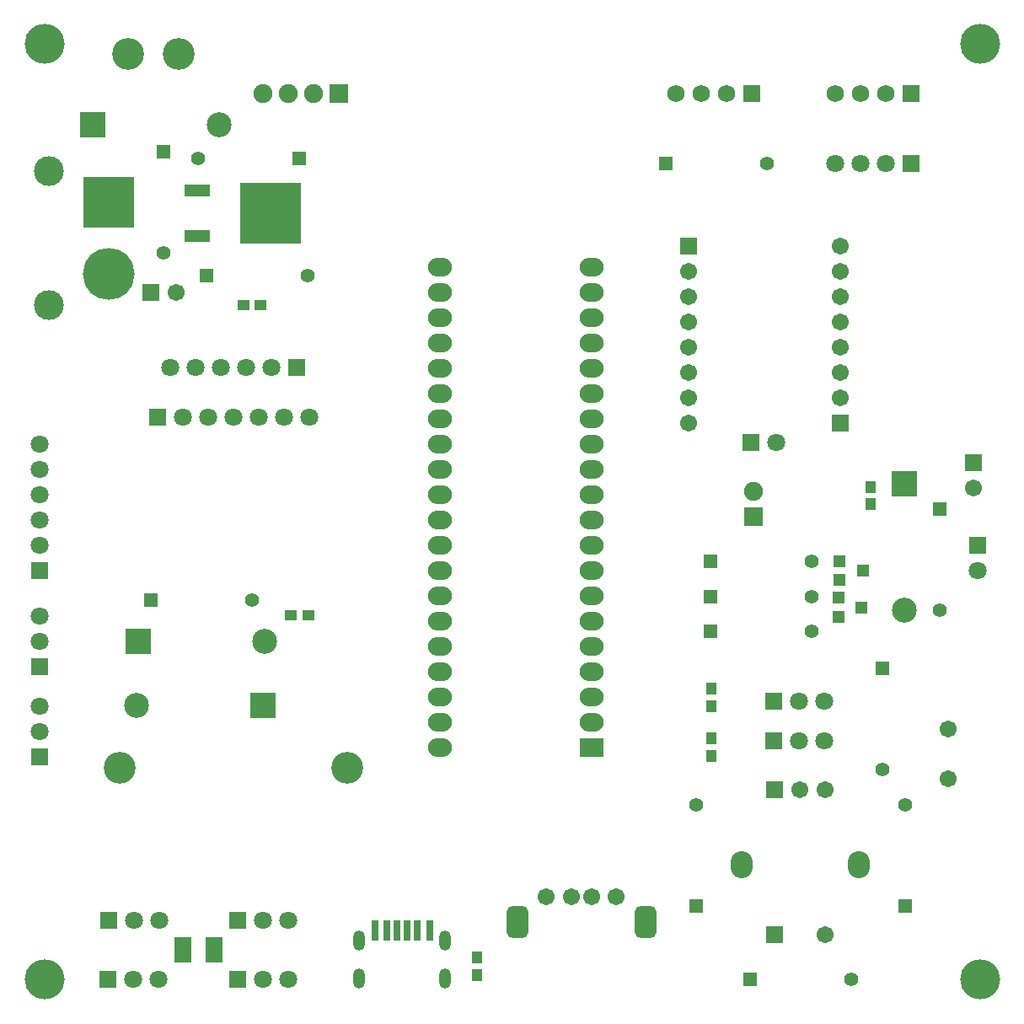
<source format=gts>
G04*
G04 #@! TF.GenerationSoftware,Altium Limited,Altium Designer,21.2.1 (34)*
G04*
G04 Layer_Color=8388736*
%FSLAX25Y25*%
%MOIN*%
G70*
G04*
G04 #@! TF.SameCoordinates,22B55974-3201-4BD1-88E3-0356CD7B76C8*
G04*
G04*
G04 #@! TF.FilePolarity,Negative*
G04*
G01*
G75*
%ADD31R,0.04600X0.04300*%
%ADD32R,0.04300X0.04600*%
%ADD33R,0.03162X0.07887*%
%ADD34R,0.02769X0.07887*%
%ADD35R,0.07099X0.09855*%
%ADD36R,0.04540X0.04540*%
%ADD37R,0.09855X0.04737*%
%ADD38R,0.24422X0.24422*%
%ADD39O,0.09461X0.07335*%
%ADD40R,0.09461X0.07335*%
%ADD41C,0.05524*%
%ADD42R,0.05524X0.05524*%
%ADD43R,0.05524X0.05524*%
%ADD44C,0.09855*%
%ADD45R,0.09855X0.09855*%
%ADD46C,0.12611*%
%ADD47C,0.07099*%
%ADD48R,0.07099X0.07099*%
%ADD49R,0.07099X0.07099*%
%ADD50R,0.06706X0.06706*%
%ADD51C,0.06706*%
%ADD52O,0.08674X0.10642*%
%ADD53R,0.06706X0.06706*%
%ADD54R,0.06800X0.06800*%
%ADD55C,0.06800*%
%ADD56C,0.15761*%
%ADD57C,0.07493*%
%ADD58R,0.07493X0.07493*%
%ADD59R,0.09855X0.09855*%
%ADD60O,0.04737X0.07887*%
%ADD61R,0.07493X0.07493*%
%ADD62C,0.11824*%
%ADD63R,0.20485X0.20485*%
%ADD64C,0.20485*%
G04:AMPARAMS|DCode=65|XSize=86.74mil|YSize=126.11mil|CornerRadius=23.68mil|HoleSize=0mil|Usage=FLASHONLY|Rotation=0.000|XOffset=0mil|YOffset=0mil|HoleType=Round|Shape=RoundedRectangle|*
%AMROUNDEDRECTD65*
21,1,0.08674,0.07874,0,0,0.0*
21,1,0.03937,0.12611,0,0,0.0*
1,1,0.04737,0.01968,-0.03937*
1,1,0.04737,-0.01968,-0.03937*
1,1,0.04737,-0.01968,0.03937*
1,1,0.04737,0.01968,0.03937*
%
%ADD65ROUNDEDRECTD65*%
D31*
X105000Y144500D02*
D03*
X98100D02*
D03*
X86130Y267232D02*
D03*
X79230D02*
D03*
D32*
X264280Y89083D02*
D03*
Y95983D02*
D03*
Y115668D02*
D03*
Y108768D02*
D03*
X171760Y2468D02*
D03*
Y9369D02*
D03*
X327272Y188492D02*
D03*
Y195392D02*
D03*
D33*
X131169Y19909D02*
D03*
X135972D02*
D03*
X148020D02*
D03*
X152823D02*
D03*
D34*
X140028D02*
D03*
X143965D02*
D03*
D35*
X67626Y12311D02*
D03*
X55421D02*
D03*
D36*
X315000Y166000D02*
D03*
X315000Y158520D02*
D03*
X324252Y162260D02*
D03*
X314500Y151500D02*
D03*
X314500Y144020D02*
D03*
X323752Y147760D02*
D03*
D37*
X61130Y312705D02*
D03*
Y294595D02*
D03*
D38*
X89870Y303650D02*
D03*
D39*
X157035Y282469D02*
D03*
Y272468D02*
D03*
Y262469D02*
D03*
Y252468D02*
D03*
Y242469D02*
D03*
Y232469D02*
D03*
Y222468D02*
D03*
Y212469D02*
D03*
Y202468D02*
D03*
Y192469D02*
D03*
Y182468D02*
D03*
Y172468D02*
D03*
Y162469D02*
D03*
Y152469D02*
D03*
Y142469D02*
D03*
Y132468D02*
D03*
Y122468D02*
D03*
Y112469D02*
D03*
Y102469D02*
D03*
Y92469D02*
D03*
X217035Y282469D02*
D03*
Y272468D02*
D03*
Y262469D02*
D03*
Y252468D02*
D03*
Y242469D02*
D03*
Y232469D02*
D03*
Y222468D02*
D03*
Y212469D02*
D03*
Y202468D02*
D03*
Y192469D02*
D03*
Y182468D02*
D03*
Y172468D02*
D03*
Y162469D02*
D03*
Y152469D02*
D03*
Y142469D02*
D03*
Y132468D02*
D03*
Y122468D02*
D03*
Y112469D02*
D03*
Y102469D02*
D03*
D40*
Y92469D02*
D03*
D41*
X332000Y83500D02*
D03*
X82500Y150500D02*
D03*
X303965Y138295D02*
D03*
X286248Y323335D02*
D03*
X354500Y146500D02*
D03*
X303965Y165854D02*
D03*
X258374Y69713D02*
D03*
X341051D02*
D03*
X319713Y500D02*
D03*
X303965Y152075D02*
D03*
X104476Y279043D02*
D03*
X61209Y325303D02*
D03*
X47744Y287902D02*
D03*
D42*
X332000Y123500D02*
D03*
X354500Y186500D02*
D03*
X258374Y29713D02*
D03*
X341051D02*
D03*
X47744Y327902D02*
D03*
D43*
X42500Y150500D02*
D03*
X263965Y138295D02*
D03*
X246248Y323335D02*
D03*
X263965Y165854D02*
D03*
X279713Y500D02*
D03*
X263965Y152075D02*
D03*
X64476Y279043D02*
D03*
X101209Y325303D02*
D03*
D44*
X69500Y338500D02*
D03*
X37000Y109000D02*
D03*
X340500Y146500D02*
D03*
X87500Y134374D02*
D03*
D45*
X19500Y338500D02*
D03*
X87000Y109000D02*
D03*
X37500Y134374D02*
D03*
D46*
X120146Y84280D02*
D03*
X30461D02*
D03*
X53650Y366642D02*
D03*
X33650D02*
D03*
D47*
X105303Y222941D02*
D03*
X85303Y222941D02*
D03*
X65303Y222941D02*
D03*
X55303D02*
D03*
X75303D02*
D03*
X95303D02*
D03*
X-1469Y202468D02*
D03*
X-1469Y182468D02*
D03*
Y172468D02*
D03*
Y192469D02*
D03*
Y212469D02*
D03*
X298961Y110606D02*
D03*
X308961D02*
D03*
X298961Y94858D02*
D03*
X308961D02*
D03*
X60303Y242626D02*
D03*
X80303Y242626D02*
D03*
X90303D02*
D03*
X70303D02*
D03*
X50303D02*
D03*
X289870Y213098D02*
D03*
X313335Y323335D02*
D03*
X333335D02*
D03*
X323335D02*
D03*
X35933Y24122D02*
D03*
X45933D02*
D03*
X35776Y500D02*
D03*
X45776D02*
D03*
X87114Y24122D02*
D03*
X97114D02*
D03*
X87114Y500D02*
D03*
X97114D02*
D03*
X369748Y162209D02*
D03*
X-1469Y98768D02*
D03*
Y108768D02*
D03*
Y134201D02*
D03*
Y144201D02*
D03*
D48*
X45303Y222941D02*
D03*
X288961Y110606D02*
D03*
Y94858D02*
D03*
X100303Y242626D02*
D03*
X280028Y213098D02*
D03*
X343335Y323335D02*
D03*
X25933Y24122D02*
D03*
X25776Y500D02*
D03*
X77114Y24122D02*
D03*
Y500D02*
D03*
D49*
X-1469Y162469D02*
D03*
X369748Y172209D02*
D03*
X-1469Y88768D02*
D03*
Y124201D02*
D03*
D50*
X255461Y290500D02*
D03*
X315461Y220500D02*
D03*
X367858Y205110D02*
D03*
D51*
X255461Y280500D02*
D03*
Y270500D02*
D03*
Y260500D02*
D03*
Y250500D02*
D03*
Y240500D02*
D03*
Y230500D02*
D03*
Y220500D02*
D03*
X315461Y290500D02*
D03*
Y280500D02*
D03*
Y270500D02*
D03*
Y260500D02*
D03*
Y250500D02*
D03*
Y240500D02*
D03*
Y230500D02*
D03*
X309444Y18417D02*
D03*
X299444Y75503D02*
D03*
X309444D02*
D03*
X358000Y99500D02*
D03*
Y79815D02*
D03*
X52744Y272153D02*
D03*
X367858Y195110D02*
D03*
X226681Y33177D02*
D03*
X216839D02*
D03*
X208965D02*
D03*
X199122D02*
D03*
D52*
X276413Y45976D02*
D03*
X322476Y45976D02*
D03*
D53*
X289444Y18417D02*
D03*
Y75503D02*
D03*
X42744Y272153D02*
D03*
D54*
X280185Y350894D02*
D03*
X343335D02*
D03*
D55*
X270185D02*
D03*
X260185D02*
D03*
X250185D02*
D03*
X333335D02*
D03*
X323335D02*
D03*
X313335D02*
D03*
D56*
X500Y500D02*
D03*
X370579D02*
D03*
Y370579D02*
D03*
X500D02*
D03*
D57*
X281000Y193500D02*
D03*
X106957Y350894D02*
D03*
X86957D02*
D03*
X96957D02*
D03*
D58*
X281000Y183500D02*
D03*
D59*
X340500Y196500D02*
D03*
D60*
X158988Y15973D02*
D03*
X124988Y1013D02*
D03*
Y15973D02*
D03*
X158988Y1013D02*
D03*
D61*
X116957Y350894D02*
D03*
D62*
X2468Y267232D02*
D03*
Y320382D02*
D03*
D63*
X26091Y307980D02*
D03*
D64*
Y279634D02*
D03*
D65*
X238295Y23138D02*
D03*
X187508D02*
D03*
M02*

</source>
